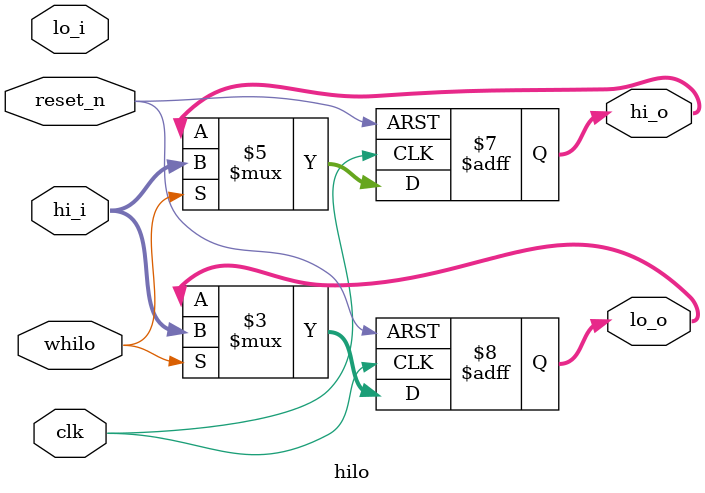
<source format=v>
module hilo(clk,reset_n,whilo,hi_i,lo_i,hi_o,lo_o);
input            clk;
input            reset_n;
input            whilo;
input      [31:0]hi_i;
input      [31:0]lo_i;

output reg [31:0]hi_o;
output reg [31:0]lo_o;


always @ (posedge clk or negedge reset_n) begin
	if(!reset_n) begin
		hi_o[31:0] <=  {32{1'b0}};
		lo_o[31:0] <=   {32{1'b0}};
	end else if(whilo) begin
		hi_o[31:0] <=   hi_i[31:0];
		lo_o[31:0] <=   hi_i[31:0];
	end
end
endmodule

</source>
